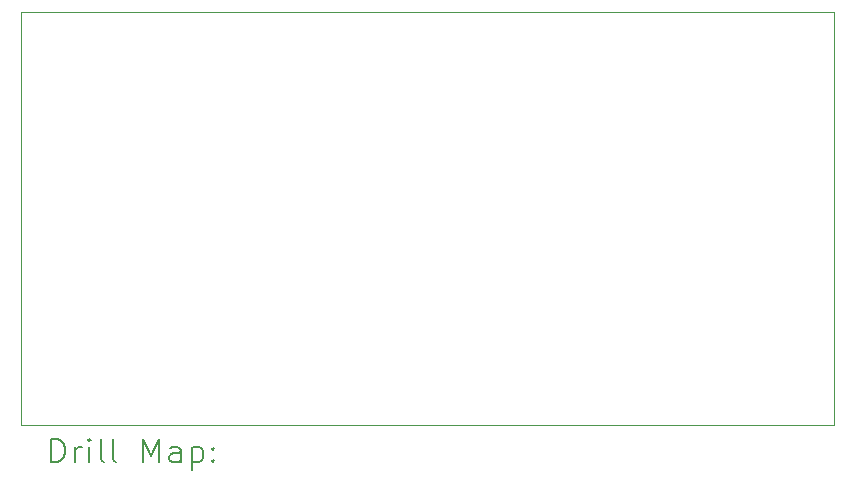
<source format=gbr>
%TF.GenerationSoftware,KiCad,Pcbnew,8.0.2*%
%TF.CreationDate,2024-07-24T20:27:54+03:00*%
%TF.ProjectId,DRV8234 DC Motor Driver Expander,44525638-3233-4342-9044-43204d6f746f,rev?*%
%TF.SameCoordinates,PX5f5e100PY5f5e100*%
%TF.FileFunction,Drillmap*%
%TF.FilePolarity,Positive*%
%FSLAX45Y45*%
G04 Gerber Fmt 4.5, Leading zero omitted, Abs format (unit mm)*
G04 Created by KiCad (PCBNEW 8.0.2) date 2024-07-24 20:27:54*
%MOMM*%
%LPD*%
G01*
G04 APERTURE LIST*
%ADD10C,0.050000*%
%ADD11C,0.200000*%
G04 APERTURE END LIST*
D10*
X0Y3500000D02*
X0Y0D01*
X6890000Y3500000D02*
X0Y3500000D01*
X6890000Y0D02*
X6890000Y3500000D01*
X0Y0D02*
X6890000Y0D01*
D11*
X258277Y-313984D02*
X258277Y-113984D01*
X258277Y-113984D02*
X305896Y-113984D01*
X305896Y-113984D02*
X334467Y-123508D01*
X334467Y-123508D02*
X353515Y-142555D01*
X353515Y-142555D02*
X363039Y-161603D01*
X363039Y-161603D02*
X372562Y-199698D01*
X372562Y-199698D02*
X372562Y-228269D01*
X372562Y-228269D02*
X363039Y-266365D01*
X363039Y-266365D02*
X353515Y-285412D01*
X353515Y-285412D02*
X334467Y-304460D01*
X334467Y-304460D02*
X305896Y-313984D01*
X305896Y-313984D02*
X258277Y-313984D01*
X458277Y-313984D02*
X458277Y-180650D01*
X458277Y-218746D02*
X467801Y-199698D01*
X467801Y-199698D02*
X477324Y-190174D01*
X477324Y-190174D02*
X496372Y-180650D01*
X496372Y-180650D02*
X515420Y-180650D01*
X582086Y-313984D02*
X582086Y-180650D01*
X582086Y-113984D02*
X572563Y-123508D01*
X572563Y-123508D02*
X582086Y-133031D01*
X582086Y-133031D02*
X591610Y-123508D01*
X591610Y-123508D02*
X582086Y-113984D01*
X582086Y-113984D02*
X582086Y-133031D01*
X705896Y-313984D02*
X686848Y-304460D01*
X686848Y-304460D02*
X677324Y-285412D01*
X677324Y-285412D02*
X677324Y-113984D01*
X810658Y-313984D02*
X791610Y-304460D01*
X791610Y-304460D02*
X782086Y-285412D01*
X782086Y-285412D02*
X782086Y-113984D01*
X1039229Y-313984D02*
X1039229Y-113984D01*
X1039229Y-113984D02*
X1105896Y-256841D01*
X1105896Y-256841D02*
X1172563Y-113984D01*
X1172563Y-113984D02*
X1172563Y-313984D01*
X1353515Y-313984D02*
X1353515Y-209222D01*
X1353515Y-209222D02*
X1343991Y-190174D01*
X1343991Y-190174D02*
X1324944Y-180650D01*
X1324944Y-180650D02*
X1286848Y-180650D01*
X1286848Y-180650D02*
X1267801Y-190174D01*
X1353515Y-304460D02*
X1334467Y-313984D01*
X1334467Y-313984D02*
X1286848Y-313984D01*
X1286848Y-313984D02*
X1267801Y-304460D01*
X1267801Y-304460D02*
X1258277Y-285412D01*
X1258277Y-285412D02*
X1258277Y-266365D01*
X1258277Y-266365D02*
X1267801Y-247317D01*
X1267801Y-247317D02*
X1286848Y-237793D01*
X1286848Y-237793D02*
X1334467Y-237793D01*
X1334467Y-237793D02*
X1353515Y-228269D01*
X1448753Y-180650D02*
X1448753Y-380650D01*
X1448753Y-190174D02*
X1467801Y-180650D01*
X1467801Y-180650D02*
X1505896Y-180650D01*
X1505896Y-180650D02*
X1524943Y-190174D01*
X1524943Y-190174D02*
X1534467Y-199698D01*
X1534467Y-199698D02*
X1543991Y-218746D01*
X1543991Y-218746D02*
X1543991Y-275889D01*
X1543991Y-275889D02*
X1534467Y-294936D01*
X1534467Y-294936D02*
X1524943Y-304460D01*
X1524943Y-304460D02*
X1505896Y-313984D01*
X1505896Y-313984D02*
X1467801Y-313984D01*
X1467801Y-313984D02*
X1448753Y-304460D01*
X1629705Y-294936D02*
X1639229Y-304460D01*
X1639229Y-304460D02*
X1629705Y-313984D01*
X1629705Y-313984D02*
X1620182Y-304460D01*
X1620182Y-304460D02*
X1629705Y-294936D01*
X1629705Y-294936D02*
X1629705Y-313984D01*
X1629705Y-190174D02*
X1639229Y-199698D01*
X1639229Y-199698D02*
X1629705Y-209222D01*
X1629705Y-209222D02*
X1620182Y-199698D01*
X1620182Y-199698D02*
X1629705Y-190174D01*
X1629705Y-190174D02*
X1629705Y-209222D01*
M02*

</source>
